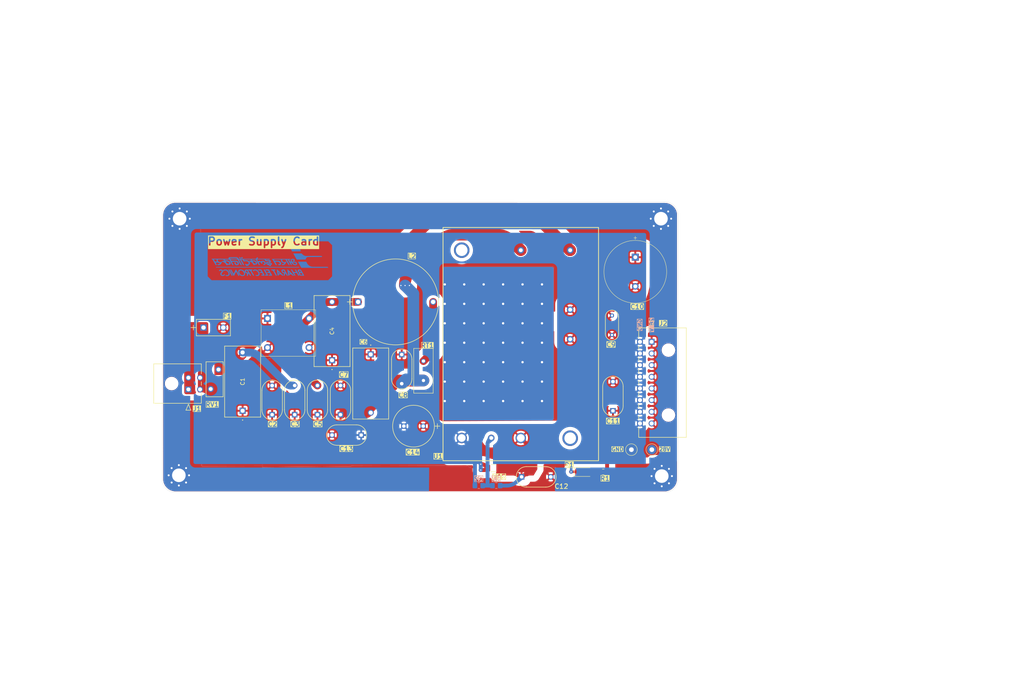
<source format=kicad_pcb>
(kicad_pcb (version 20240108) (generator "pcbnew") (generator_version "8.0")
  (layers (0 "F.Cu" signal) (31 "B.Cu" signal) (34 "B.Paste" user) (35 "F.Paste" user) (36 "B.SilkS" user "B.Silkscreen") (37 "F.SilkS" user "F.Silkscreen") (38 "B.Mask" user) (39 "F.Mask" user) (44 "Edge.Cuts" user))
  (net 0 "")
  (net 1 "/ACL")
  (net 2 "/ACN_FuseToChoke")
  (net 3 "Net-(U1-AC1)")
  (net 4 "GNDPWR")
  (net 5 "/BoostN")
  (net 6 "/BoostP")
  (net 7 "+28V")
  (net 8 "GND")
  (net 9 "Net-(D1-A)")
  (net 10 "/ACN")
  (net 11 "Net-(L2-Pad2)")
  (net 12 "/Trim")
  (net 13 "Net-(C4-Pad2)")
  (net 14 "/U1-AC2")
  (footprint "Connector_Pin:Pin_D1.0mm_L10.0mm_LooseFit" (layer "F.Cu") (at 183.25 130 -90)
    (property "Reference" "TP1" (hide yes))
    (property "Value" "TestPoint")
  )
  (footprint "mohit:EKXL421ELL121MM30S" (layer "F.Cu") (at 179 84.25 -90)
    (property "Reference" "C10")
    (property "Value" "EKXL421ELL121MM30S")
  )
  (footprint "mohit:FUS_LITTELFUSE_392_LTF" (layer "F.Cu") (at 67.945 98.6028)
    (property "Reference" "F1")
    (property "Value" "39213150000")
  )
  (footprint "MountingHole:MountingHole_3.5mm_Pad_Via" (layer "F.Cu") (at 185.6 70.6)
    (property "Reference" "MH4" (hide yes))
    (property "Value" "MountingHole_Pad")
  )
  (footprint "mohit:ACQ100" (layer "F.Cu") (at 149.55 102.85 90)
    (property "Reference" "U1")
    (property "Value" "~")
  )
  (footprint "mohit:CAP_DE2E3KY472MB3BM02F_MUR" (layer "F.Cu") (at 153.5 137)
    (property "Reference" "C12")
    (property "Value" "DE2E3SA332MA3BX02F")
  )
  (footprint "mohit:R-8K1_MUR" (layer "F.Cu") (at 173 98 -90)
    (property "Reference" "C9")
    (property "Value" "RDER72J104K8K1C11B")
  )
  (footprint "mohit:CON_430451602_MOL" (layer "F.Cu") (at 183.200001 102.260354 90)
    (property "Reference" "J2")
    (property "Value" "430451602")
  )
  (footprint "Resistor_SMD:R_0805_2012Metric_Pad1.20x1.40mm_HandSolder" (layer "F.Cu") (at 170.75 135.75 180)
    (property "Reference" "R1")
    (property "Value" "2.2K")
  )
  (footprint "MountingHole:MountingHole_3.5mm_Pad_Via" (layer "F.Cu") (at 61.6 136.6)
    (property "Reference" "MH2" (hide yes))
    (property "Value" "MountingHole_Pad")
  )
  (footprint "mohit:CAP_YX_10X16_RUB" (layer "F.Cu") (at 124.46 123.952 180)
    (property "Reference" "C14")
    (property "Value" "50ZLH220MEFC10X16")
  )
  (footprint "mohit:CAP_DE2E3KY472MB3BM02F_MUR" (layer "F.Cu") (at 173.25 116.25 90)
    (property "Reference" "C11")
    (property "Value" "DE2E3SA332MA3BX02F")
  )
  (footprint "mohit:CAP_B32922C3474K000_TDK" (layer "F.Cu") (at 110.9472 105.497599 -90)
    (property "Reference" "C6")
    (property "Value" "B32922C3474K")
  )
  (footprint "mohit:THRMRB500W60L1150T500H1600" (layer "F.Cu") (at 124.5108 109.7172 -90)
    (property "Reference" "RT1")
    (property "Value" "B57236S0509M054")
  )
  (footprint "mohit:CAP_DE2E3KY472MB3BM02F_MUR" (layer "F.Cu") (at 103.1748 117.25 90)
    (property "Reference" "C7")
    (property "Value" "DE2E3SA472MA3BX02F")
  )
  (footprint "Capacitor_SMD:C_1206_3216Metric_Pad1.33x1.80mm_HandSolder" (layer "F.Cu") (at 142.5625 134.75)
    (property "Reference" "C15")
    (property "Value" "GRJ31CR72A105KE11L")
  )
  (footprint "Varistor:RV_Disc_D9mm_W4.4mm_P5mm" (layer "F.Cu") (at 71.7992 109.4 -90)
    (property "Reference" "RV1")
    (property "Value" "MOV-10D621K")
  )
  (footprint "mohit:CAP_B32922C3474K000_TDK" (layer "F.Cu") (at 78 120 90)
    (property "Reference" "C1")
    (property "Value" "B32922C3474K")
  )
  (footprint "mohit:CAP_DE2E3KY472MB3BM02F_MUR" (layer "F.Cu") (at 104.75 126.25 180)
    (property "Reference" "C13")
    (property "Value" "DE2E3SA332MA3BX02F")
  )
  (footprint "mohit:IND_2100LL_34_H" (layer "F.Cu") (at 107.696 92)
    (property "Reference" "L2")
    (property "Value" "2100LL-560-H-RC")
  )
  (footprint "mohit:744823220" (layer "F.Cu") (at 89.75 100 -90)
    (property "Reference" "L1")
    (property "Value" "744823220" (hide yes))
  )
  (footprint "MountingHole:MountingHole_3.5mm_Pad_Via" (layer "F.Cu") (at 185.8 136.8)
    (property "Reference" "MH3" (hide yes))
    (property "Value" "MountingHole_Pad")
  )
  (footprint "mohit:CAP_DE2E3KY472MB3BM02F_MUR" (layer "F.Cu") (at 85.598 117.2556 90)
    (property "Reference" "C2")
    (property "Value" "DE2E3SA472MA3BX02F")
  )
  (footprint "mohit:CAP_B32922C3474K000_TDK" (layer "F.Cu") (at 101 107 90)
    (property "Reference" "C4")
    (property "Value" "B32922C3474K")
  )
  (footprint "Connector_Pin:Pin_D1.0mm_L10.0mm_LooseFit" (layer "F.Cu") (at 178 130 -90)
    (property "Reference" "TP2" (hide yes))
    (property "Value" "TestPoint")
  )
  (footprint "mohit:CAP_DE2E3KY472MB3BM02F_MUR" (layer "F.Cu") (at 91.3892 117.25 90)
    (property "Reference" "C3")
    (property "Value" "DE2E3SA472MA3BX02F")
  )
  (footprint "LED_SMD:LED_1206_3216Metric_Pad1.42x1.75mm_HandSolder" (layer "F.Cu") (at 165.75 135.75)
    (property "Reference" "D1")
    (property "Value" "SM1206URC")
  )
  (footprint "mohit:CAP_DE2E3KY472MB3BM02F_MUR" (layer "F.Cu") (at 118.9228 109.28 -90)
    (property "Reference" "C8")
    (property "Value" "DE2E3SA472MA3BX02F")
  )
  (footprint "mohit:CAP_DE2E3KY472MB3BM02F_MUR" (layer "F.Cu") (at 97.25 117.25 90)
    (property "Reference" "C5")
    (property "Value" "DE2E3SA472MA3BX02F")
  )
  (footprint "mohit:430450402_MOL" (layer "F.Cu") (at 64.0588 114.5 -90)
    (property "Reference" "J1")
    (property "Value" "430450402" (hide yes))
  )
  (footprint "mohit:logo_Cu" (layer "B.Cu") (at 83.52 82.42 180)
    (property "Reference" "G***" (hide yes))
    (property "Value" "LOGO" (hide yes))
  )
  (footprint "Resistor_SMD:R_0805_2012Metric_Pad1.20x1.40mm_HandSolder" (layer "B.Cu") (at 143.25 139.25)
    (property "Reference" "R3")
    (property "Value" "DNP")
  )
  (footprint "MountingHole:MountingHole_3.5mm_Pad_Via" (layer "B.Cu") (at 61.8 70.6 180)
    (property "Reference" "MH1" (hide yes))
    (property "Value" "MountingHole_Pad")
  )
  (footprint "Resistor_SMD:R_0805_2012Metric_Pad1.20x1.40mm_HandSolder" (layer "B.Cu") (at 138.75 139.25)
    (property "Reference" "R2")
    (property "Value" "DNP")
  )
  (gr_arc (start 57.29 69.7) (mid 58.177141 67.377019) (end 60.386895 66.236736) (stroke (width 0.05)) (layer "Edge.Cuts"))
  (gr_arc (start 60.762981 141.007141) (mid 58.44 140.12) (end 57.299717 137.910246) (stroke (width 0.05)) (layer "Edge.Cuts"))
  (gr_line (start 186.9 141) (end 60.762981 141.007141) (stroke (width 0.05)) (layer "Edge.Cuts"))
  (gr_arc (start 189.996895 137.536736) (mid 189.109754 139.859717) (end 186.9 141) (stroke (width 0.05)) (layer "Edge.Cuts"))
  (gr_line (start 60.386895 66.236736) (end 186.546736 66.253105) (stroke (width 0.05)) (layer "Edge.Cuts"))
  (gr_line (start 190.01 69.35) (end 189.996895 137.536736) (stroke (width 0.05)) (layer "Edge.Cuts"))
  (gr_arc (start 186.546736 66.253105) (mid 188.869717 67.140246) (end 190.01 69.35) (stroke (width 0.05)) (layer "Edge.Cuts"))
  (gr_line (start 57.299717 137.910246) (end 57.29 69.7) (stroke (width 0.05)) (layer "Edge.Cuts"))
  (gr_text "28 V" (at 183.75 96 90) (layer "B.SilkS" knockout) (effects (font (size 1 1) (thickness 0.2) (bold yes)) (justify left bottom mirror)))
  (gr_text "GND" (at 180.75 96.25 90) (layer "B.SilkS" knockout) (effects (font (size 1 1) (thickness 0.2) (bold yes)) (justify left bottom mirror)))
  (gr_text "28V\n" (at 185 130.5 0) (layer "F.SilkS" knockout) (effects (font (size 1 1) (thickness 0.2) (bold yes)) (justify left bottom)))
  (gr_text "Power Supply Card" (at 68.8 77.6 0) (layer "F.SilkS" knockout) (effects (font (size 2 2) (thickness 0.4) (bold yes)) (justify left bottom)))
  (gr_text "GND" (at 172.75 130.5 0) (layer "F.SilkS" knockout) (effects (font (size 1 1) (thickness 0.2) (bold yes)) (justify left bottom)))
  (segment (start 69.6484 114.5) (end 69.7484 114.4) (width 1) (layer "F.Cu") (net 1))
  (segment (start 67.058799 111.500001) (end 67.151601 111.500001) (width 1) (layer "F.Cu") (net 1))
  (segment (start 90.375 113.5) (end 91 113.5) (width 2) (layer "B.Cu") (net 2))
  (segment (start 79.632 105.014) (end 78 105.014) (width 2) (layer "B.Cu") (net 2))
  (segment (start 89.308058 113.058058) (end 82.417998 106.167998) (width 2) (layer "B.Cu") (net 2))
  (arc (start 79.632 105.014) (mid 81.139771 105.313914) (end 82.417998 106.167998) (width 2) (layer "B.Cu") (net 2))
  (arc (start 89.308058 113.058058) (mid 89.797575 113.385143) (end 90.375 113.5) (width 2) (layer "B.Cu") (net 2))
  (segment (start 122.75 112.25) (end 121.25 112.25) (width 3) (layer "F.Cu") (net 3))
  (segment (start 116.999999 112.749999) (end 109.921826 119.828173) (width 3) (layer "F.Cu") (net 3))
  (segment (start 109.921826 120.314173) (end 116.328173 113.907826) (width 1) (layer "F.Cu") (net 3))
  (segment (start 117 112.75) (end 116.671826 113.078173) (width 3) (layer "F.Cu") (net 3))
  (segment (start 119.75 87.603963) (end 119.75 87.746) (width 3) (layer "F.Cu") (net 3))
  (segment (start 147.143792 76.293792) (end 149.55 78.7) (width 3) (layer "F.Cu") (net 3))
  (segment (start 119.75 87.746) (end 119.7864 87.7824) (width 3) (layer "F.Cu") (net 3))
  (segment (start 122.75 112.25) (end 122.7828 112.2172) (width 3) (layer "F.Cu") (net 3))
  (segment (start 122.75 112.25) (end 118.207106 112.25) (width 3) (layer "F.Cu") (net 3))
  (segment (start 128.806207 76.293792) (end 121.343792 83.756207) (width 3) (layer "F.Cu") (net 3))
  (segment (start 122.7828 112.2172) (end 124.5108 112.2172) (width 3) (layer "F.Cu") (net 3))
  (segment (start 132.653963 74.7) (end 143.296036 74.7) (width 3) (layer "F.Cu") (net 3))
  (via (at 119.7864 87.7824) (size 0.65) (drill 0.3) (layers "F.Cu" "B.Cu") (net 3))
  (via (at 120.904 87.7824) (size 0.65) (drill 0.3) (layers "F.Cu" "B.Cu") (net 3))
  (via (at 118.7196 87.7824) (size 0.65) (drill 0.3) (layers "F.Cu" "B.Cu") (net 3))
  (arc (start 128.806207 76.293792) (mid 130.571572 75.114213) (end 132.653963 74.7) (width 3) (layer "F.Cu") (net 3))
  (arc (start 116.5 113.493) (mid 116.544656 113.268497) (end 116.671826 113.078173) (width 3) (layer "F.Cu") (net 3))
  (arc (start 109.921826 120.314173) (mid 109.812134 120.335992) (end 109.75 120.243) (width 3) (layer "F.Cu") (net 3))
  (arc (start 117 112.75) (mid 116.999999 112.749999) (end 116.999999 112.749999) (width 3) (layer "F.Cu") (net 3))
  (arc (start 143.296036 74.7) (mid 145.378426 75.114213) (end 147.143792 76.293792) (width 3) (layer "F.Cu") (net 3))
  (arc (start 109.921826 119.828173) (mid 109.794656 120.018497) (end 109.75 120.243) (width 3) (layer "F.Cu") (net 3))
  (arc (start 116.999999 112.749999) (mid 117.553824 112.379945) (end 118.207106 112.25) (width 3) (layer "F.Cu") (net 3))
  (arc (start 116.328173 113.907826) (mid 116.455343 113.717502) (end 116.5 113.493) (width 1) (layer "F.Cu") (net 3))
  (arc (start 121.343792 83.756207) (mid 120.164213 85.521572) (end 119.75 87.603963) (width 3) (layer "F.Cu") (net 3))
  (arc (start 117 112.75) (mid 117.553825 112.379945) (end 118.207106 112.25) (width 3) (layer "F.Cu") (net 3))
  (segment (start 119.9988 111.954) (end 118.9228 113.03) (width 3) (layer "B.Cu") (net 3))
  (segment (start 119.7864 87.7824) (end 121.9108 89.9068) (width 3) (layer "B.Cu") (net 3))
  (segment (start 122.174 112.2172) (end 121.9108 111.954) (width 3) (layer "B.Cu") (net 3))
  (segment (start 121.9108 89.9068) (end 121.9108 111.954) (width 3) (layer "B.Cu") (net 3))
  (segment (start 124.5108 112.2172) (end 122.174 112.2172) (width 3) (layer "B.Cu") (net 3))
  (segment (start 121.9108 111.954) (end 119.9988 111.954) (width 3) (layer "B.Cu") (net 3))
  (segment (start 116.5 106.875) (end 116.5 105.75) (width 2) (layer "F.Cu") (net 4))
  (segment (start 115.704504 108.795495) (end 103.5 121) (width 2) (layer "F.Cu") (net 4))
  (via (at 145 112.5) (size 0.8) (drill 0.6) (layers "F.Cu" "B.Cu") (net 4))
  (via (at 130 97.5) (size 0.8) (drill 0.6) (layers "F.Cu" "B.Cu") (net 4))
  (via (at 150 92.5) (size 0.8) (drill 0.6) (layers "F.Cu" "B.Cu") (net 4))
  (via (at 145 102.5) (size 0.8) (drill 0.6) (layers "F.Cu" "B.Cu") (net 4))
  (via (at 140 107.5) (size 0.8) (drill 0.6) (layers "F.Cu" "B.Cu") (net 4))
  (via (at 145 107.5) (size 0.8) (drill 0.6) (layers "F.Cu" "B.Cu") (net 4))
  (via (at 135 92.5) (size 0.8) (drill 0.6) (layers "F.Cu" "B.Cu") (net 4))
  (via (at 150 87.5) (size 0.8) (drill 0.6) (layers "F.Cu" "B.Cu") (net 4))
  (via (at 155 117.5) (size 0.8) (drill 0.6) (layers "F.Cu" "B.Cu") (net 4))
  (via (at 150 97.5) (size 0.8) (drill 0.6) (layers "F.Cu" "B.Cu") (net 4))
  (via (at 135 117.5) (size 0.8) (drill 0.6) (layers "F.Cu" "B.Cu") (net 4))
  (via (at 150 112.5) (size 0.8) (drill 0.6) (layers "F.Cu" "B.Cu") (net 4))
  (via (at 140 92.5) (size 0.8) (drill 0.6) (layers "F.Cu" "B.Cu") (net 4))
  (via (at 150 102.5) (size 0.8) (drill 0.6) (layers "F.Cu" "B.Cu") (net 4))
  (via (at 130 92.5) (size 0.8) (drill 0.6) (layers "F.Cu" "B.Cu") (net 4))
  (via (at 130 87.5) (size 0.8) (drill 0.6) (layers "F.Cu" "B.Cu") (net 4))
  (via (at 155 87.5) (size 0.8) (drill 0.6) (layers "F.Cu" "B.Cu") (net 4))
  (via (at 130 117.5) (size 0.8) (drill 0.6) (layers "F.Cu" "B.Cu") (net 4))
  (via (at 140 117.5) (size 0.8) (drill 0.6) (layers "F.Cu" "B.Cu") (net 4))
  (via (at 145 117.5) (size 0.8) (drill 0.6) (layers "F.Cu" "B.Cu") (net 4))
  (via (at 155 92.5) (size 0.8) (drill 0.6) (layers "F.Cu" "B.Cu") (net 4))
  (via (at 130 102.5) (size 0.8) (drill 0.6) (layers "F.Cu" "B.Cu") (net 4))
  (via (at 145 87.5) (size 0.8) (drill 0.6) (layers "F.Cu" "B.Cu") (net 4))
  (via (at 150 117.5) (size 0.8) (drill 0.6) (layers "F.Cu" "B.Cu") (net 4))
  (via (at 140 102.5) (size 0.8) (drill 0.6) (layers "F.Cu" "B.Cu") (net 4))
  (via (at 135 112.5) (size 0.8) (drill 0.6) (layers "F.Cu" "B.Cu") (net 4))
  (via (at 135 97.5) (size 0.8) (drill 0.6) (layers "F.Cu" "B.Cu") (net 4))
  (via (at 145 92.5) (size 0.8) (drill 0.6) (layers "F.Cu" "B.Cu") (net 4))
  (via (at 130 112.5) (size 0.8) (drill 0.6) (layers "F.Cu" "B.Cu") (net 4))
  (via (at 135 87.5) (size 0.8) (drill 0.6) (layers "F.Cu" "B.Cu") (net 4))
  (via (at 135 107.5) (size 0.8) (drill 0.6) (layers "F.Cu" "B.Cu") (net 4))
  (via (at 140 112.5) (size 0.8) (drill 0.6) (layers "F.Cu" "B.Cu") (net 4))
  (via (at 145 97.5) (size 0.8) (drill 0.6) (layers "F.Cu" "B.Cu") (net 4))
  (via (at 155 97.5) (size 0.8) (drill 0.6) (layers "F.Cu" "B.Cu") (net 4))
  (via (at 135 102.5) (size 0.8) (drill 0.6) (layers "F.Cu" "B.Cu") (net 4))
  (via (at 155 112.5) (size 0.8) (drill 0.6) (layers "F.Cu" "B.Cu") (net 4))
  (via (at 155 102.5) (size 0.8) (drill 0.6) (layers "F.Cu" "B.Cu") (net 4))
  (via (at 130 107.5) (size 0.8) (drill 0.6) (layers "F.Cu" "B.Cu") (net 4))
  (via (at 150 107.5) (size 0.8) (drill 0.6) (layers "F.Cu" "B.Cu") (net 4))
  (via (at 140 97.5) (size 0.8) (drill 0.6) (layers "F.Cu" "B.Cu") (net 4))
  (via (at 140 87.5) (size 0.8) (drill 0.6) (layers "F.Cu" "B.Cu") (net 4))
  (via (at 155 107.5) (size 0.8) (drill 0.6) (layers "F.Cu" "B.Cu") (net 4))
  (arc (start 115.704504 108.795495) (mid 116.293257 107.914364) (end 116.5 106.875) (width 2) (layer "F.Cu") (net 4))
  (segment (start 171.75 132.999998) (end 171.75 135.75) (width 1) (layer "F.Cu") (net 7))
  (segment (start 149.073223 136.823223) (end 147.75 135.5) (width 1) (layer "F.Cu") (net 7))
  (segment (start 149.875 137) (end 149.625 137) (width 1) (layer "F.Cu") (net 7))
  (segment (start 151.75 135.125) (end 151.75 135) (width 1) (layer "F.Cu") (net 7))
  (segment (start 151.956207 129.406207) (end 149.55 127) (width 1) (layer "F.Cu") (net 7))
  (segment (start 150.088388 136.911611) (end 151.661611 135.338388) (width 1) (layer "F.Cu") (net 7))
  (segment (start 149.625 137) (end 149.5 137) (width 1) (layer "F.Cu") (net 7))
  (segment (start 169.750001 131) (end 155.803963 131) (width 1) (layer "F.Cu") (net 7))
  (arc (start 149.073223 136.823223) (mid 149.26903 136.954057) (end 149.5 137) (width 1) (layer "F.Cu") (net 7))
  (arc (start 151.75 135.125) (mid 151.727028 135.240484) (end 151.661611 135.338388) (width 1) (layer "F.Cu") (net 7))
  (arc (start 151.956207 129.406207) (mid 153.721572 130.585786) (end 155.803963 131) (width 1) (layer "F.Cu") (net 7))
  (arc (start 150.088388 136.911611) (mid 149.990484 136.977028) (end 149.875 137) (width 1) (layer "F.Cu") (net 7))
  (arc (start 169.750001 131) (mid 171.164213 131.585785) (end 171.75 132.999998) (width 1) (layer "F.Cu") (net 7))
  (segment (start 148.625 138.125) (end 149.75 137) (width 1) (layer "B.Cu") (net 7))
  (segment (start 145.909009 139.25) (end 144.25 139.25) (width 1) (layer "B.Cu") (net 7))
  (arc (start 148.625 138.125) (mid 147.378892 138.957622) (end 145.909009 139.25) (width 1) (layer "B.Cu") (net 7))
  (segment (start 140.265165 134.015165) (end 140.75 134.5) (width 1) (layer "F.Cu") (net 8))
  (segment (start 139.25 133.75) (end 139.625 133.75) (width 1) (layer "F.Cu") (net 8))
  (segment (start 164.154784 135.686902) (end 162.499999 135.686902) (width 0.65) (layer "F.Cu") (net 8))
  (segment (start 140.146446 135.25) (end 139.25 135.25) (width 1) (layer "F.Cu") (net 8))
  (segment (start 164.230951 135.718451) (end 164.2625 135.75) (width 0.65) (layer "F.Cu") (net 8))
  (via (at 139.25 135.25) (size 1) (drill 0.3) (layers "F.Cu" "B.Cu") (net 8))
  (via (at 162.499999 135.686902) (size 1) (drill 0.3) (layers "F.Cu" "B.Cu") (net 8))
  (via (at 139.25 133.75) (size 1) (drill 0.3) (layers "F.Cu" "B.Cu") (net 8))
  (arc (start 140.265165 134.015165) (mid 139.971454 133.818914) (end 139.625 133.75) (width 1) (layer "F.Cu") (net 8))
  (arc (start 140.75 135) (mid 140.853553 134.75) (end 140.75 134.5) (width 1) (layer "F.Cu") (net 8))
  (arc (start 140.146446 135.25) (mid 140.473087 135.185027) (end 140.75 135) (width 1) (layer "F.Cu") (net 8))
  (arc (start 164.154784 135.686902) (mid 164.196005 135.695101) (end 164.230951 135.718451) (width 0.65) (layer "F.Cu") (net 8))
  (segment (start 139.25 133.75) (end 139.25 135.25) (width 1) (layer "B.Cu") (net 8))
  (segment (start 136.156207 128.806207) (end 134.35 127) (width 1) (layer "B.Cu") (net 8))
  (segment (start 162.499999 135.686902) (end 162.499999 132.935357) (width 0.65) (layer "B.Cu") (net 8))
  (segment (start 162.524999 132.875) (end 162.55 132.85) (width 0.65) (layer "B.Cu") (net 8))
  (segment (start 137.75 132.653963) (end 137.75 139.25) (width 1) (layer "B.Cu") (net 8))
  (arc (start 162.524999 132.875) (mid 162.506496 132.902692) (end 162.499999 132.935357) (width 0.65) (layer "B.Cu") (net 8))
  (arc (start 136.156207 128.806207) (mid 137.335786 130.571572) (end 137.75 132.653963) (width 1) (layer "B.Cu") (net 8))
  (segment (start 169.75 135.75) (end 167.2375 135.75) (width 1) (layer "F.Cu") (net 9))
  (segment (start 127 92) (end 127 104.728) (width 2) (layer "F.Cu") (net 11))
  (segment (start 127 104.728) (end 124.5108 107.2172) (width 2) (layer "F.Cu") (net 11))
  (segment (start 141.475 127.475) (end 141.95 127) (width 1) (layer "B.Cu") (net 12))
  (segment (start 141.625 139.25) (end 142.25 139.25) (width 1) (layer "B.Cu") (net 12))
  (segment (start 141 128.621751) (end 141 138.625) (width 1) (layer "B.Cu") (net 12))
  (segment (start 140.375 139.25) (end 141.625 139.25) (width 1) (layer "B.Cu") (net 12))
  (segment (start 140.375 139.25) (end 139.75 139.25) (width 1) (layer "B.Cu") (net 12))
  (arc (start 140.375 139.25) (mid 140.816941 139.066941) (end 141 138.625) (width 1) (layer "B.Cu") (net 12))
  (arc (start 141.625 139.25) (mid 141.183058 139.066941) (end 141 138.625) (width 1) (layer "B.Cu") (net 12))
  (arc (start 141 128.621751) (mid 141.123448 128.001133) (end 141.475 127.475) (width 1) (layer "B.Cu") (net 12))
  (segment (start 98.747687 92.602312) (end 95.1 96.25) (width 2) (layer "F.Cu") (net 13))
  (segment (start 93.093792 109.343792) (end 97.25 113.5) (width 2) (layer "F.Cu") (net 13))
  (segment (start 93.093792 98.256207) (end 95.1 96.25) (width 2) (layer "F.Cu") (net 13))
  (segment (start 100.9901 92.014) (end 100.168 92.014) (width 2) (layer "F.Cu") (net 13))
  (segment (start 91.5 105.496036) (end 91.5 102.103963) (width 2) (layer "F.Cu") (net 13))
  (segment (start 101.023899 92) (end 107.696 92) (width 2) (layer "F.Cu") (net 13))
  (arc (start 100.9901 92.014) (mid 100.999246 92.01218) (end 101.007 92.007) (width 2) (layer "F.Cu") (net 13))
  (arc (start 98.747687 92.602312) (mid 99.399332 92.166897) (end 100.168 92.014) (width 2) (layer "F.Cu") (net 13))
  (arc (start 91.5 105.496036) (mid 91.914213 107.578426) (end 93.093792 109.343792) (width 2) (layer "F.Cu") (net 13))
  (arc (start 91.5 102.103963) (mid 91.914213 100.021572) (end 93.093792 98.256207) (width 2) (layer "F.Cu") (net 13))
  (arc (start 101.023899 92) (mid 101.014753 92.001819) (end 101.007 92.007) (width 2) (layer "F.Cu") (net 13))
  (segment (start 162.225 78.7) (end 162.25 78.7) (width 3) (layer "F.Cu") (net 14))
  (segment (start 113.816 99.014023) (end 113.816 99.545103) (width 3) (layer "F.Cu") (net 14))
  (segment (start 115.409792 81.790206) (end 125.006207 72.193792) (width 3) (layer "F.Cu") (net 14))
  (segment (start 113.816 97.951863) (end 113.816 98.482943) (width 3) (layer "F.Cu") (net 14))
  (segment (start 113.816 85.637962) (end 113.816 97.951863) (width 3) (layer "F.Cu") (net 14))
  (segment (start 113.816 99.545103) (end 113.816 101.066) (width 3) (layer "F.Cu") (net 14))
  (segment (start 113.816 98.482943) (end 113.816 99.014023) (width 3) (layer "F.Cu") (net 14))
  (segment (start 151.846036 70.6) (end 128.853963 70.6) (width 3) (layer "F.Cu") (net 14))
  (segment (start 155.693792 72.193792) (end 162.182322 78.682322) (width 3) (layer "F.Cu") (net 14))
  (arc (start 115.409792 81.790206) (mid 114.230213 83.555571) (end 113.816 85.637962) (width 3) (layer "F.Cu") (net 14))
  (arc (start 162.225 78.7) (mid 162.201902 78.695405) (end 162.182322 78.682322) (width 3) (layer "F.Cu") (net 14))
  (arc (start 151.846036 70.6) (mid 153.928426 71.014213) (end 155.693792 72.193792) (width 3) (layer "F.Cu") (net 14))
  (arc (start 128.853963 70.6) (mid 126.771572 71.014213) (end 125.006207 72.193792) (width 3) (layer "F.Cu") (net 14))
  (zone (net 0) (net_name "") (layer "F.Cu") (connect_pads thru_hole_only (clearance 0)) (min_thickness 0.25)
    (keepout (tracks not_allowed) (vias not_allowed) (pads not_allowed) (copperpour not_allowed) (footprints allowed))
    (fill (thermal_gap 0.5) (thermal_bridge_width 0.5) (island_removal_mode 1) (island_area_min 10))
    (polygon (pts (xy 85.852 99.568) (xy 85.5 100) (xy 84.836 100.076) (xy 85.598 99.314)))
  )
  (zone (net 1) (net_name "/ACL") (layer "F.Cu") (priority 1) (connect_pads thru_hole_only (clearance 0.5)) (min_thickness 0.25) (fill yes (thermal_gap 0.5) (thermal_bridge_width 0.5) (smoothing fillet) (radius 0.5) (island_removal_mode 1) (island_area_min 10))
    (polygon (pts (xy 66.5 109.75) (xy 66.5 116) (xy 75.75 123.5) (xy 81.5 123.5) (xy 82.25 108.75) (xy 88.25 104.5) (xy 85.9572 100.254) (xy 74.4572 112.0588) (xy 70.0024 112.0648) (xy 69 109.75)))
  )
  (zone (net 14) (net_name "/U1-AC2") (layer "F.Cu") (priority 4) (connect_pads thru_hole_only (clearance 0.5)) (min_thickness 0.25) (fill yes (thermal_gap 0.5) (thermal_bridge_width 0.5) (smoothing fillet) (radius 0.5) (island_removal_mode 1) (island_area_min 10))
    (polygon (pts (xy 93.9572 101.0508) (xy 94.0816 106.0196) (xy 101.9064 115.1952) (xy 105.4608 115.062) (xy 115.25 102.75) (xy 115.2144 98.5012) (xy 96.0628 99.0092)))
  )
  (zone (net 0) (net_name "") (layer "F.Cu") (connect_pads thru_hole_only (clearance 0)) (min_thickness 0.25)
    (keepout (tracks not_allowed) (vias not_allowed) (pads not_allowed) (copperpour not_allowed) (footprints allowed))
    (fill (thermal_gap 0.5) (thermal_bridge_width 0.5) (island_removal_mode 1) (island_area_min 10))
    (polygon (pts (xy 89.154 102.616) (xy 90.424 97.79) (xy 91.44 96.774) (xy 86.36 96.774) (xy 87.122 101.854)))
  )
  (zone (net 0) (net_name "") (layer "F.Cu") (connect_pads thru_hole_only (clearance 0)) (min_thickness 0.25)
    (keepout (tracks not_allowed) (vias not_allowed) (pads not_allowed) (copperpour not_allowed) (footprints allowed))
    (fill (thermal_gap 0.5) (thermal_bridge_width 0.5) (island_removal_mode 1) (island_area_min 10))
    (polygon (pts (xy 111.1 122.6) (xy 110.8 126.2) (xy 109.7 124.3) (xy 107.1 124.1) (xy 108 122.4)))
  )
  (zone (net 1) (net_name "/ACL") (layer "F.Cu") (priority 2) (connect_pads thru_hole_only (clearance 0.5)) (min_thickness 0.25) (fill yes (thermal_gap 0.5) (thermal_bridge_width 0.5) (smoothing fillet) (radius 0.5) (island_removal_mode 1) (island_area_min 10))
    (polygon (pts (xy 79.75 109.75) (xy 88.25 104.5) (xy 87.5 117.25) (xy 80 117.25)))
  )
  (zone (net 4) (net_name "GNDPWR") (layer "F.Cu") (connect_pads thru_hole_only (clearance 1.6)) (min_thickness 0.25) (fill yes (thermal_gap 0.5) (thermal_bridge_width 0.5) (smoothing fillet) (radius 0.3) (island_removal_mode 1) (island_area_min 10))
    (polygon (pts (xy 196.5 62) (xy 196.5 145) (xy 55 145) (xy 55.5 62)))
  )
  (zone (net 0) (net_name "") (layer "F.Cu") (connect_pads thru_hole_only (clearance 0)) (min_thickness 0.25)
    (keepout (tracks not_allowed) (vias not_allowed) (pads not_allowed) (copperpour not_allowed) (footprints allowed))
    (fill (thermal_gap 0.5) (thermal_bridge_width 0.5) (island_removal_mode 1) (island_area_min 10))
    (polygon (pts (xy 90.6 109.15) (xy 91.75 110.85) (xy 89.75 111.65) (xy 88.7 111.6) (xy 89.05 109.15) (xy 90.6 109.1)))
  )
  (zone (net 4) (net_name "GNDPWR") (layer "F.Cu") (priority 9) (connect_pads thru_hole_only (clearance 0.5)) (min_thickness 0.25) (fill yes (thermal_gap 0.5) (thermal_bridge_width 0.5) (smoothing fillet) (radius 0.5) (island_removal_mode 1) (island_area_min 10))
    (polygon (pts (xy 83 119.5) (xy 106 119.25) (xy 106 134.25) (xy 83 134.5)))
  )
  (zone (net 0) (net_name "") (layer "F.Cu") (connect_pads thru_hole_only (clearance 0)) (min_thickness 0.25)
    (keepout (tracks not_allowed) (vias not_allowed) (pads not_allowed) (copperpour not_allowed) (footprints allowed))
    (fill (thermal_gap 0.5) (thermal_bridge_width 0.5) (island_removal_mode 1) (island_area_min 10))
    (polygon (pts (xy 189.7 98.15) (xy 189.7 99.1) (xy 187.6 98.7) (xy 188.2 98.15)))
  )
  (zone (net 0) (net_name "") (layer "F.Cu") (connect_pads thru_hole_only (clearance 0)) (min_thickness 0.25)
    (keepout (tracks not_allowed) (vias not_allowed) (pads not_allowed) (copperpour not_allowed) (footprints allowed))
    (fill (thermal_gap 0.5) (thermal_bridge_width 0.5) (island_removal_mode 1) (island_area_min 10))
    (polygon (pts (xy 159.5 99.5) (xy 159.5 94.5) (xy 158 94.5) (xy 158 99.5)))
  )
  (zone (net 4) (net_name "GNDPWR") (layer "F.Cu") (priority 8) (connect_pads thru_hole_only (clearance 1.6)) (min_thickness 0.25) (fill yes (thermal_gap 0.5) (thermal_bridge_width 0.5) (smoothing fillet) (radius 0.5) (island_removal_mode 1) (island_area_min 10))
    (polygon (pts (xy 190 66.25) (xy 189.75 71.5) (xy 67.25 71.25) (xy 67.5 134.25) (xy 135.5 134) (xy 143 138.25) (xy 153.75 138.25) (xy 156 134.5) (xy 158.5 134.5) (xy 163.25 138.25) (xy 178.25 138.25) (xy 183.5 133) (xy 190 133) (xy 190 141) (xy 59 141) (xy 59 66.25)))
  )
  (zone (net 10) (net_name "/ACN") (layer "F.Cu") (priority 9) (connect_pads thru_hole_only (clearance 0.5)) (min_thickness 0.25) (fill yes (thermal_gap 0.5) (thermal_bridge_width 0.5) (smoothing fillet) (radius 0.5) (island_removal_mode 1) (island_area_min 10))
    (polygon (pts (xy 63 115.75) (xy 62.8984 97.19) (xy 69.1484 97.19) (xy 69.25 103.5) (xy 66 106.75) (xy 66 115.75)))
  )
  (zone (net 0) (net_name "") (layer "F.Cu") (connect_pads thru_hole_only (clearance 0)) (min_thickness 0.25)
    (keepout (tracks allowed) (vias allowed) (pads allowed) (copperpour not_allowed) (footprints allowed))
    (fill (thermal_gap 0.5) (thermal_bridge_width 0.5) (island_removal_mode 1) (island_area_min 10))
    (polygon (pts (xy 67 106) (xy 69.25 105.75) (xy 69.5 108.25) (xy 68 109.25) (xy 66.5 109.75) (xy 66.5 110.25) (xy 66.5 107.5)))
  )
  (zone (net 7) (net_name "+28V") (layer "F.Cu") (priority 7) (connect_pads thru_hole_only (clearance 1.6)) (min_thickness 0.25) (fill yes (thermal_gap 0.5) (thermal_bridge_width 0.5) (smoothing fillet) (radius 0.5) (island_removal_mode 1) (island_area_min 10))
    (polygon (pts (xy 129.3 124.5) (xy 123.4 121.4) (xy 121.2 124) (xy 130.8 132.4) (xy 142.6 132.4) (xy 143.2 133) (xy 143.2 138.4) (xy 153.8 138.4) (xy 153.8 133) (xy 155.25 132) (xy 188.75 132) (xy 189.5 131) (xy 189.5 102.25) (xy 188.5 99.75) (xy 182.25 99.75) (xy 182 124) (xy 181 124.75) (xy 176.5 124.75) (xy 175.5 122) (xy 174.75 118.75) (xy 171.5 118.75) (xy 169.5 124.5)))
  )
  (zone (net 6) (net_name "/BoostP") (layer "F.Cu") (priority 5) (connect_pads thru_hole_only (clearance 1.6)) (min_thickness 0.25) (fill yes (thermal_gap 0.5) (thermal_bridge_width 0.5) (smoothing chamfer) (radius 0.25) (island_removal_mode 1) (island_area_min 10))
    (polygon (pts (xy 180.75 77.5) (xy 181.75 77.5) (xy 181.75 82) (xy 181.75 85.25) (xy 180.5 85.25) (xy 177.21 85.47) (xy 175 93.5) (xy 173.5 97) (xy 164 97) (xy 160.25 97) (xy 160 95.5) (xy 160 92.25) (xy 177 77.5)))
  )
  (zone (net 5) (net_name "/BoostN") (layer "F.Cu") (priority 6) (connect_pads thru_hole_only (clearance 1.6)) (min_thickness 0.25) (fill yes (thermal_gap 0.5) (thermal_bridge_width 0.5) (smoothing fillet) (radius 0.5) (island_removal_mode 1) (island_area_min 10))
    (polygon (pts (xy 181.5 86) (xy 180 86) (xy 177.75 86) (xy 177.5 87) (xy 177 89.5) (xy 175 95.5) (xy 174.5 97.25) (xy 173.75 98.25) (xy 170.25 99.25) (xy 169.25 99.25) (xy 160.75 99.25) (xy 159.75 99.25) (xy 159.75 102.75) (xy 169.25 105.5) (xy 169.25 115) (xy 175.5 115) (xy 175.5 104) (xy 180.75 89.25)))
  )
  (zone (net 0) (net_name "") (layer "F.Cu") (connect_pads thru_hole_only (clearance 0)) (min_thickness 0.25)
    (keepout (tracks not_allowed) (vias not_allowed) (pads not_allowed) (copperpour not_allowed) (footprints allowed))
    (fill (thermal_gap 0.5) (thermal_bridge_width 0.5) (island_removal_mode 1) (island_area_min 10))
    (polygon (pts (xy 66.25 109.75) (xy 66.25 114.5) (xy 65.8 114.5) (xy 65.8 109.75)))
  )
  (zone (net 0) (net_name "") (layer "F.Cu") (connect_pads thru_hole_only (clearance 0)) (min_thickness 0.25)
    (keepout (tracks allowed) (vias allowed) (pads allowed) (copperpour not_allowed) (footprints allowed))
    (fill (thermal_gap 0.5) (thermal_bridge_width 0.5) (island_removal_mode 1) (island_area_min 10))
    (polygon (pts (xy 178.75 101.75) (xy 179 122.75) (xy 178 123.75) (xy 175.8789 118.7519) (xy 170.6211 118.7519) (xy 169.5 116) (xy 175.8789 116.25) (xy 176.75 114.25) (xy 176.75 103.75) (xy 177 102)))
  )
  (zone (net 0) (net_name "") (layer "F.Cu") (connect_pads thru_hole_only (clearance 0)) (min_thickness 0.25)
    (keepout (tracks allowed) (vias allowed) (pads allowed) (copperpour not_allowed) (footprints allowed))
    (fill (thermal_gap 0.5) (thermal_bridge_width 0.5) (island_removal_mode 1) (island_area_min 10))
    (polygon (pts (xy 127.1 122.7) (xy 167.5 122.5) (xy 169.5 124.5) (xy 147 124.5) (xy 142.2 124.3) (xy 129.3 124.5)))
  )
  (zone (net 0) (net_name "") (layer "F.Cu") (connect_pads thru_hole_only (clearance 0)) (min_thickness 0.25)
    (keepout (tracks not_allowed) (vias not_allowed) (pads not_allowed) (copperpour not_allowed) (footprints allowed))
    (fill (thermal_gap 0.5) (thermal_bridge_width 0.5) (island_removal_mode 1) (island_area_min 10))
    (polygon (pts (xy 110.7 97.4) (xy 97.1 97.6) (xy 99.7 94.4) (xy 109.372626 93.525289) (xy 109.6772 90.0684) (xy 110.998 90.17) (xy 110.8964 93.8276) (xy 110.7 93.7)))
  )
  (zone (net 2) (net_name "/ACN_FuseToChoke") (layer "F.Cu") (connect_pads (clearance 0.5)) (min_thickness 0.25) (fill yes (thermal_gap 0.5) (thermal_bridge_width 0.5) (island_removal_mode 1) (island_area_min 10))
    (polygon (pts (xy 85.5 92.25) (xy 85.3476 99.8476) (xy 74.3712 110.744) (xy 70.75 110.8396) (xy 70.75 92.25)))
  )
  (zone (net 4) (net_name "GNDPWR") (layers "F&B.Cu") (priority 13) (connect_pads thru_hole_only (clearance 0.9)) (min_thickness 0.25) (fill yes (thermal_gap 0.5) (thermal_bridge_width 0.5) (smoothing fillet) (radius 0.5) (island_removal_mode 1) (island_area_min 10))
    (polygon (pts (xy 129.5 83) (xy 158 83) (xy 158 122.5) (xy 129.5 122.5)))
  )
  (zone (net 8) (net_name "GND") (layer "B.Cu") (priority 12) (connect_pads thru_hole_only (clearance 0.9)) (min_thickness 0.25) (fill yes (thermal_gap 0.5) (thermal_bridge_width 0.5) (smoothing fillet) (radius 0.5) (island_removal_mode 1) (island_area_min 10))
    (polygon (pts (xy 181.8 74.25) (xy 65.65 74.15) (xy 65.35 133.7) (xy 181.7 133.7) (xy 181.7 133.6)))
  )
  (zone (net 4) (net_name "GNDPWR") (layer "B.Cu") (priority 10) (connect_pads thru_hole_only (clearance 0.9)) (min_thickness 0.25) (fill yes (thermal_gap 0.5) (thermal_bridge_width 0.5) (smoothing fillet) (radius 0.5) (island_removal_mode 1) (island_area_min 10))
    (polygon (pts (xy 198 59.25) (xy 50.25 57.2) (xy 48.3 155.3) (xy 125.8 155.15) (xy 126.1 123.45) (xy 158 122.5) (xy 158.6 154.35) (xy 198.15 154.5) (xy 198.45 59.25) (xy 197.95 59.25)))
  )
  (zone (net 0) (net_name "") (layer "B.Cu") (connect_pads thru_hole_only (clearance 0)) (min_thickness 0.25)
    (keepout (tracks not_allowed) (vias not_allowed) (pads not_allowed) (copperpour not_allowed) (footprints allowed))
    (fill (thermal_gap 0.5) (thermal_bridge_width 0.5) (island_removal_mode 1) (island_area_min 10))
    (polygon (pts (xy 129.5 90.95) (xy 129.5 93.5) (xy 128.7 92.7) (xy 128.55 91.9)))
  )
  (zone (net 0) (net_name "") (layer "B.Cu") (connect_pads thru_hole_only (clearance 0)) (min_thickness 0.25)
    (keepout (tracks allowed) (vias allowed) (pads allowed) (copperpour not_allowed) (footprints allowed))
    (fill (thermal_gap 0.5) (thermal_bridge_width 0.5) (island_removal_mode 1) (island_area_min 10))
    (polygon (pts (xy 67 112.15) (xy 67.1 113.25) (xy 66.35 113.7) (xy 65.85 112.85) (xy 65.9 112.5) (xy 66.35 112.15)))
  )
)
</source>
